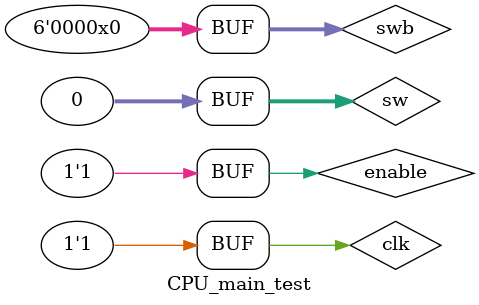
<source format=v>
`timescale 1ns/1ps
module CPU_main_test;
    reg clk = 1;
    reg [32:1] sw;
    reg [6:1] swb;

    wire [32:1] led;
    wire [2:0] which;
    wire [7:0] seg;
    wire enable = 1;

    CPU_Main CPU_Main(.clk(clk), .sw(sw), .swb(swb),
                .led(led), .which(which), .seg(seg), .enable(enable));
    initial begin
        sw <= 0;
        swb <= 0;
        
        swb[1] <= 1;
        #10
        swb[1] <= 0;

        #100

        swb[6] <= 1;
        #10
        swb[6] <= 0;
        #10
        swb[6] <= 1;
        #10
        swb[6] <= 0;
#10
        swb[6] <= 1;
        #10
        swb[6] <= 0;
#10
        swb[6] <= 1;
        #10
        swb[6] <= 0;
#10
        swb[6] <= 1;
        #10
        swb[6] <= 0;
#10
        swb[6] <= 1;
        #10
        swb[6] <= 0;
#10
        swb[6] <= 1;
        #10
        swb[6] <= 0;

    end

    always @(*) begin
        #5 swb[2] <= ~swb[2];
    end
    
endmodule
</source>
